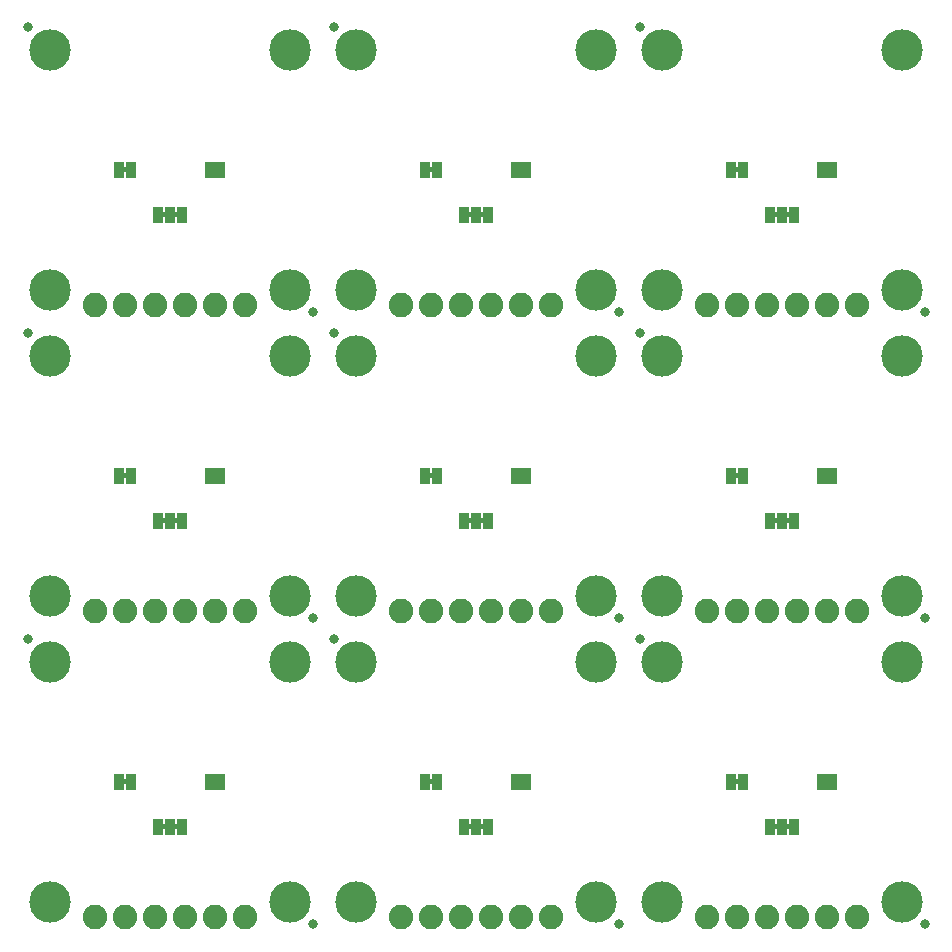
<source format=gbs>
G75*
%MOIN*%
%OFA0B0*%
%FSLAX25Y25*%
%IPPOS*%
%LPD*%
%AMOC8*
5,1,8,0,0,1.08239X$1,22.5*
%
%ADD10C,0.08200*%
%ADD11R,0.03300X0.05800*%
%ADD12C,0.00500*%
%ADD13C,0.13800*%
%ADD14C,0.03300*%
D10*
X0073342Y0033750D03*
X0083342Y0033750D03*
X0093342Y0033750D03*
X0103342Y0033750D03*
X0113342Y0033750D03*
X0123342Y0033750D03*
X0175342Y0033750D03*
X0185342Y0033750D03*
X0195342Y0033750D03*
X0205342Y0033750D03*
X0215342Y0033750D03*
X0225342Y0033750D03*
X0277342Y0033750D03*
X0287342Y0033750D03*
X0297342Y0033750D03*
X0307342Y0033750D03*
X0317342Y0033750D03*
X0327342Y0033750D03*
X0327342Y0135750D03*
X0317342Y0135750D03*
X0307342Y0135750D03*
X0297342Y0135750D03*
X0287342Y0135750D03*
X0277342Y0135750D03*
X0225342Y0135750D03*
X0215342Y0135750D03*
X0205342Y0135750D03*
X0195342Y0135750D03*
X0185342Y0135750D03*
X0175342Y0135750D03*
X0123342Y0135750D03*
X0113342Y0135750D03*
X0103342Y0135750D03*
X0093342Y0135750D03*
X0083342Y0135750D03*
X0073342Y0135750D03*
X0073342Y0237750D03*
X0083342Y0237750D03*
X0093342Y0237750D03*
X0103342Y0237750D03*
X0113342Y0237750D03*
X0123342Y0237750D03*
X0175342Y0237750D03*
X0185342Y0237750D03*
X0195342Y0237750D03*
X0205342Y0237750D03*
X0215342Y0237750D03*
X0225342Y0237750D03*
X0277342Y0237750D03*
X0287342Y0237750D03*
X0297342Y0237750D03*
X0307342Y0237750D03*
X0317342Y0237750D03*
X0327342Y0237750D03*
D11*
X0306342Y0267750D03*
X0302342Y0267750D03*
X0298342Y0267750D03*
X0289342Y0282750D03*
X0285342Y0282750D03*
X0315742Y0282750D03*
X0318942Y0282750D03*
X0216942Y0282750D03*
X0213742Y0282750D03*
X0204342Y0267750D03*
X0200342Y0267750D03*
X0196342Y0267750D03*
X0187342Y0282750D03*
X0183342Y0282750D03*
X0114942Y0282750D03*
X0111742Y0282750D03*
X0102342Y0267750D03*
X0098342Y0267750D03*
X0094342Y0267750D03*
X0085342Y0282750D03*
X0081342Y0282750D03*
X0081342Y0180750D03*
X0085342Y0180750D03*
X0094342Y0165750D03*
X0098342Y0165750D03*
X0102342Y0165750D03*
X0111742Y0180750D03*
X0114942Y0180750D03*
X0183342Y0180750D03*
X0187342Y0180750D03*
X0196342Y0165750D03*
X0200342Y0165750D03*
X0204342Y0165750D03*
X0213742Y0180750D03*
X0216942Y0180750D03*
X0285342Y0180750D03*
X0289342Y0180750D03*
X0298342Y0165750D03*
X0302342Y0165750D03*
X0306342Y0165750D03*
X0315742Y0180750D03*
X0318942Y0180750D03*
X0318942Y0078750D03*
X0315742Y0078750D03*
X0306342Y0063750D03*
X0302342Y0063750D03*
X0298342Y0063750D03*
X0289342Y0078750D03*
X0285342Y0078750D03*
X0216942Y0078750D03*
X0213742Y0078750D03*
X0204342Y0063750D03*
X0200342Y0063750D03*
X0196342Y0063750D03*
X0187342Y0078750D03*
X0183342Y0078750D03*
X0114942Y0078750D03*
X0111742Y0078750D03*
X0102342Y0063750D03*
X0098342Y0063750D03*
X0094342Y0063750D03*
X0085342Y0078750D03*
X0081342Y0078750D03*
D12*
X0082592Y0078601D02*
X0084092Y0078601D01*
X0084092Y0078250D02*
X0084092Y0079250D01*
X0082592Y0079250D01*
X0082592Y0078250D01*
X0084092Y0078250D01*
X0084092Y0079100D02*
X0082592Y0079100D01*
X0095592Y0064250D02*
X0095592Y0063250D01*
X0101092Y0063250D01*
X0101092Y0064250D01*
X0095592Y0064250D01*
X0095592Y0064144D02*
X0101092Y0064144D01*
X0101092Y0063646D02*
X0095592Y0063646D01*
X0184592Y0078250D02*
X0184592Y0079250D01*
X0186092Y0079250D01*
X0186092Y0078250D01*
X0184592Y0078250D01*
X0184592Y0078601D02*
X0186092Y0078601D01*
X0186092Y0079100D02*
X0184592Y0079100D01*
X0197592Y0064250D02*
X0197592Y0063250D01*
X0203092Y0063250D01*
X0203092Y0064250D01*
X0197592Y0064250D01*
X0197592Y0064144D02*
X0203092Y0064144D01*
X0203092Y0063646D02*
X0197592Y0063646D01*
X0286592Y0078250D02*
X0286592Y0079250D01*
X0288092Y0079250D01*
X0288092Y0078250D01*
X0286592Y0078250D01*
X0286592Y0078601D02*
X0288092Y0078601D01*
X0288092Y0079100D02*
X0286592Y0079100D01*
X0299592Y0064250D02*
X0299592Y0063250D01*
X0305092Y0063250D01*
X0305092Y0064250D01*
X0299592Y0064250D01*
X0299592Y0064144D02*
X0305092Y0064144D01*
X0305092Y0063646D02*
X0299592Y0063646D01*
X0299592Y0165250D02*
X0305092Y0165250D01*
X0305092Y0166250D01*
X0299592Y0166250D01*
X0299592Y0165250D01*
X0299592Y0165342D02*
X0305092Y0165342D01*
X0305092Y0165841D02*
X0299592Y0165841D01*
X0288092Y0180250D02*
X0286592Y0180250D01*
X0286592Y0181250D01*
X0288092Y0181250D01*
X0288092Y0180250D01*
X0288092Y0180297D02*
X0286592Y0180297D01*
X0286592Y0180796D02*
X0288092Y0180796D01*
X0203092Y0166250D02*
X0203092Y0165250D01*
X0197592Y0165250D01*
X0197592Y0166250D01*
X0203092Y0166250D01*
X0203092Y0165841D02*
X0197592Y0165841D01*
X0197592Y0165342D02*
X0203092Y0165342D01*
X0186092Y0180250D02*
X0186092Y0181250D01*
X0184592Y0181250D01*
X0184592Y0180250D01*
X0186092Y0180250D01*
X0186092Y0180297D02*
X0184592Y0180297D01*
X0184592Y0180796D02*
X0186092Y0180796D01*
X0101092Y0166250D02*
X0101092Y0165250D01*
X0095592Y0165250D01*
X0095592Y0166250D01*
X0101092Y0166250D01*
X0101092Y0165841D02*
X0095592Y0165841D01*
X0095592Y0165342D02*
X0101092Y0165342D01*
X0084092Y0180250D02*
X0084092Y0181250D01*
X0082592Y0181250D01*
X0082592Y0180250D01*
X0084092Y0180250D01*
X0084092Y0180297D02*
X0082592Y0180297D01*
X0082592Y0180796D02*
X0084092Y0180796D01*
X0095592Y0267250D02*
X0101092Y0267250D01*
X0101092Y0268250D01*
X0095592Y0268250D01*
X0095592Y0267250D01*
X0095592Y0267537D02*
X0101092Y0267537D01*
X0101092Y0268035D02*
X0095592Y0268035D01*
X0084092Y0282250D02*
X0084092Y0283250D01*
X0082592Y0283250D01*
X0082592Y0282250D01*
X0084092Y0282250D01*
X0084092Y0282492D02*
X0082592Y0282492D01*
X0082592Y0282991D02*
X0084092Y0282991D01*
X0184592Y0282991D02*
X0186092Y0282991D01*
X0186092Y0283250D02*
X0184592Y0283250D01*
X0184592Y0282250D01*
X0186092Y0282250D01*
X0186092Y0283250D01*
X0186092Y0282492D02*
X0184592Y0282492D01*
X0197592Y0268250D02*
X0197592Y0267250D01*
X0203092Y0267250D01*
X0203092Y0268250D01*
X0197592Y0268250D01*
X0197592Y0268035D02*
X0203092Y0268035D01*
X0203092Y0267537D02*
X0197592Y0267537D01*
X0286592Y0282250D02*
X0286592Y0283250D01*
X0288092Y0283250D01*
X0288092Y0282250D01*
X0286592Y0282250D01*
X0286592Y0282492D02*
X0288092Y0282492D01*
X0288092Y0282991D02*
X0286592Y0282991D01*
X0299592Y0268250D02*
X0299592Y0267250D01*
X0305092Y0267250D01*
X0305092Y0268250D01*
X0299592Y0268250D01*
X0299592Y0268035D02*
X0305092Y0268035D01*
X0305092Y0267537D02*
X0299592Y0267537D01*
D13*
X0058342Y0038750D03*
X0138342Y0038750D03*
X0160342Y0038750D03*
X0240342Y0038750D03*
X0262342Y0038750D03*
X0342342Y0038750D03*
X0342342Y0118750D03*
X0342342Y0140750D03*
X0262342Y0140750D03*
X0240342Y0140750D03*
X0240342Y0118750D03*
X0262342Y0118750D03*
X0160342Y0118750D03*
X0138342Y0118750D03*
X0138342Y0140750D03*
X0160342Y0140750D03*
X0160342Y0220750D03*
X0160342Y0242750D03*
X0138342Y0242750D03*
X0138342Y0220750D03*
X0058342Y0220750D03*
X0058342Y0242750D03*
X0058342Y0322750D03*
X0138342Y0322750D03*
X0160342Y0322750D03*
X0240342Y0322750D03*
X0262342Y0322750D03*
X0342342Y0322750D03*
X0342342Y0242750D03*
X0342342Y0220750D03*
X0262342Y0220750D03*
X0262342Y0242750D03*
X0240342Y0242750D03*
X0240342Y0220750D03*
X0058342Y0140750D03*
X0058342Y0118750D03*
D14*
X0050842Y0126250D03*
X0145842Y0133250D03*
X0152842Y0126250D03*
X0247842Y0133250D03*
X0254842Y0126250D03*
X0349842Y0133250D03*
X0254842Y0228250D03*
X0247842Y0235250D03*
X0152842Y0228250D03*
X0145842Y0235250D03*
X0050842Y0228250D03*
X0050842Y0330250D03*
X0152842Y0330250D03*
X0254842Y0330250D03*
X0349842Y0235250D03*
X0349842Y0031250D03*
X0247842Y0031250D03*
X0145842Y0031250D03*
M02*

</source>
